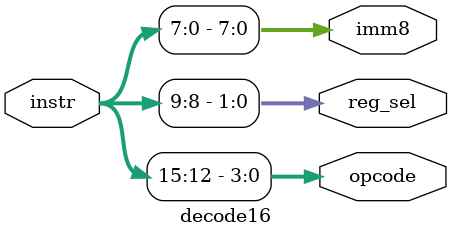
<source format=v>
module decode16(
    input  wire [15:0] instr,
    output wire [3:0]  opcode,
    output wire [1:0]  reg_sel,
    output wire [7:0]  imm8
);
    assign opcode  = instr[15:12];
    assign reg_sel = instr[9:8];
    assign imm8    = instr[7:0];
endmodule


</source>
